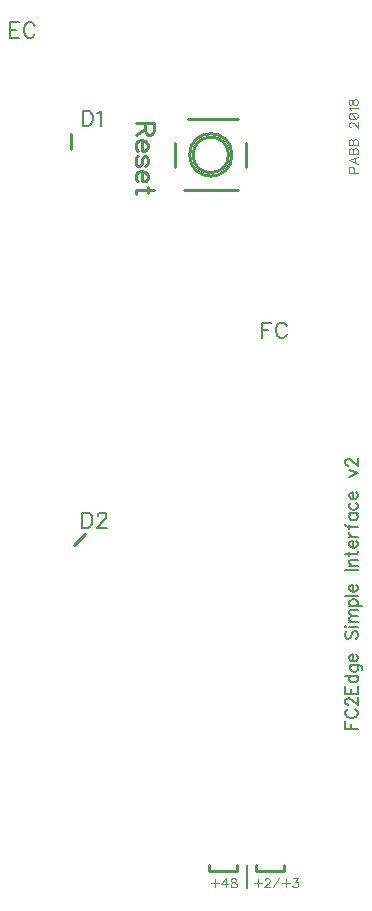
<source format=gbr>
G04 DipTrace 3.2.0.1*
G04 TopSilk.gbr*
%MOIN*%
G04 #@! TF.FileFunction,Legend,Top*
G04 #@! TF.Part,Single*
%ADD10C,0.009843*%
%ADD38C,0.00772*%
%ADD39C,0.006176*%
%ADD40C,0.009264*%
%ADD41C,0.004632*%
%FSLAX26Y26*%
G04*
G70*
G90*
G75*
G01*
G04 TopSilk*
%LPD*%
X720005Y2902180D2*
D10*
Y2953322D1*
X730077Y1581437D2*
X766245Y1617606D1*
X1114445Y2882913D2*
G02X1114445Y2882913I70862J0D01*
G01*
X1094752Y2764796D2*
X1275862D1*
X1303432Y2843517D2*
Y2922286D1*
X1275862Y3001031D2*
X1110506D1*
X1067182Y2922286D2*
Y2843517D1*
X1126261Y2882889D2*
G02X1126261Y2882889I59046J0D01*
G01*
X758429Y3030501D2*
D38*
Y2980261D1*
X775176D1*
X782361Y2982693D1*
X787170Y2987446D1*
X789546Y2992255D1*
X791923Y2999385D1*
Y3011378D1*
X789546Y3018563D1*
X787170Y3023316D1*
X782361Y3028125D1*
X775176Y3030501D1*
X758429D1*
X807362Y3020884D2*
X812170Y3023316D1*
X819355Y3030446D1*
Y2980261D1*
X757055Y1690829D2*
Y1640589D1*
X773801D1*
X780986Y1643021D1*
X785795Y1647774D1*
X788172Y1652582D1*
X790548Y1659712D1*
Y1671705D1*
X788172Y1678891D1*
X785795Y1683644D1*
X780986Y1688452D1*
X773801Y1690829D1*
X757055D1*
X808419Y1678835D2*
Y1681212D1*
X810796Y1686020D1*
X813172Y1688397D1*
X817981Y1690773D1*
X827542D1*
X832296Y1688397D1*
X834672Y1686020D1*
X837104Y1681212D1*
Y1676459D1*
X834672Y1671650D1*
X829919Y1664520D1*
X805987Y1640589D1*
X839481D1*
X547104Y3324228D2*
X516043D1*
Y3273988D1*
X547104D1*
X516043Y3300297D2*
X535166D1*
X598414Y3312290D2*
X596037Y3317043D1*
X591229Y3321852D1*
X586475Y3324228D1*
X576914D1*
X572105Y3321852D1*
X567352Y3317043D1*
X564920Y3312290D1*
X562544Y3305105D1*
Y3293112D1*
X564920Y3285982D1*
X567352Y3281173D1*
X572105Y3276420D1*
X576914Y3273988D1*
X586475D1*
X591229Y3276420D1*
X596037Y3281173D1*
X598414Y3285982D1*
X1634236Y994468D2*
D39*
Y969575D1*
X1674428D1*
X1653382D2*
Y984873D1*
X1643787Y1035516D2*
X1639984Y1033614D1*
X1636138Y1029767D1*
X1634236Y1025965D1*
Y1018316D1*
X1636138Y1014469D1*
X1639984Y1010666D1*
X1643787Y1008721D1*
X1649535Y1006820D1*
X1659130D1*
X1664834Y1008721D1*
X1668680Y1010666D1*
X1672483Y1014469D1*
X1674428Y1018316D1*
Y1025965D1*
X1672483Y1029767D1*
X1668680Y1033614D1*
X1664834Y1035515D1*
X1643831Y1049812D2*
X1641930D1*
X1638083Y1051714D1*
X1636182Y1053615D1*
X1634281Y1057462D1*
Y1065111D1*
X1636182Y1068914D1*
X1638083Y1070815D1*
X1641930Y1072760D1*
X1645732D1*
X1649579Y1070815D1*
X1655283Y1067012D1*
X1674428Y1047867D1*
Y1074662D1*
X1634236Y1111862D2*
Y1087013D1*
X1674428D1*
Y1111862D1*
X1653382Y1087013D2*
Y1102312D1*
X1634236Y1147161D2*
X1674428D1*
X1653382D2*
X1649535Y1143359D1*
X1647634Y1139512D1*
Y1133764D1*
X1649535Y1129962D1*
X1653382Y1126115D1*
X1659130Y1124214D1*
X1662932D1*
X1668680Y1126115D1*
X1672483Y1129962D1*
X1674428Y1133764D1*
Y1139512D1*
X1672483Y1143359D1*
X1668680Y1147161D1*
X1649535Y1182461D2*
X1680176D1*
X1685880Y1180559D1*
X1687826Y1178658D1*
X1689727Y1174811D1*
Y1169063D1*
X1687826Y1165261D1*
X1655283Y1182461D2*
X1651480Y1178658D1*
X1649535Y1174811D1*
Y1169063D1*
X1651480Y1165261D1*
X1655283Y1161414D1*
X1661031Y1159513D1*
X1664878D1*
X1670582Y1161414D1*
X1674428Y1165261D1*
X1676330Y1169063D1*
Y1174811D1*
X1674428Y1178658D1*
X1670582Y1182461D1*
X1659130Y1194812D2*
Y1217760D1*
X1655283D1*
X1651436Y1215859D1*
X1649535Y1213957D1*
X1647634Y1210111D1*
Y1204363D1*
X1649535Y1200560D1*
X1653382Y1196713D1*
X1659130Y1194812D1*
X1662932D1*
X1668680Y1196713D1*
X1672483Y1200560D1*
X1674428Y1204363D1*
Y1210111D1*
X1672483Y1213957D1*
X1668680Y1217760D1*
X1639984Y1295787D2*
X1636138Y1291984D1*
X1634236Y1286236D1*
Y1278587D1*
X1636138Y1272839D1*
X1639984Y1268992D1*
X1643787D1*
X1647634Y1270938D1*
X1649535Y1272839D1*
X1651436Y1276642D1*
X1655283Y1288138D1*
X1657184Y1291984D1*
X1659130Y1293886D1*
X1662932Y1295787D1*
X1668680D1*
X1672483Y1291984D1*
X1674428Y1286236D1*
Y1278587D1*
X1672483Y1272839D1*
X1668680Y1268992D1*
X1634236Y1308138D2*
X1636138Y1310040D1*
X1634236Y1311985D1*
X1632291Y1310040D1*
X1634236Y1308138D1*
X1647634Y1310040D2*
X1674428D1*
X1647634Y1324336D2*
X1674428D1*
X1655283D2*
X1649535Y1330084D1*
X1647634Y1333931D1*
Y1339635D1*
X1649535Y1343482D1*
X1655283Y1345383D1*
X1674428D1*
X1655283D2*
X1649535Y1351131D1*
X1647634Y1354978D1*
Y1360682D1*
X1649535Y1364528D1*
X1655283Y1366474D1*
X1674428D1*
X1647634Y1378825D2*
X1687826D1*
X1653382D2*
X1649579Y1382672D1*
X1647634Y1386475D1*
Y1392223D1*
X1649579Y1396069D1*
X1653382Y1399872D1*
X1659130Y1401817D1*
X1662976D1*
X1668680Y1399872D1*
X1672527Y1396069D1*
X1674428Y1392223D1*
Y1386475D1*
X1672527Y1382672D1*
X1668680Y1378825D1*
X1634236Y1414169D2*
X1674428D1*
X1659130Y1426520D2*
Y1449468D1*
X1655283D1*
X1651436Y1447567D1*
X1649535Y1445666D1*
X1647634Y1441819D1*
Y1436071D1*
X1649535Y1432268D1*
X1653382Y1428422D1*
X1659130Y1426520D1*
X1662932D1*
X1668680Y1428422D1*
X1672483Y1432268D1*
X1674428Y1436071D1*
Y1441819D1*
X1672483Y1445666D1*
X1668680Y1449468D1*
X1634236Y1500700D2*
X1674428D1*
X1647634Y1513052D2*
X1674428D1*
X1655283D2*
X1649535Y1518800D1*
X1647634Y1522647D1*
Y1528350D1*
X1649535Y1532197D1*
X1655283Y1534098D1*
X1674428D1*
X1634236Y1552198D2*
X1666779D1*
X1672483Y1554099D1*
X1674428Y1557946D1*
Y1561748D1*
X1647634Y1546450D2*
Y1559847D1*
X1659130Y1574100D2*
Y1597048D1*
X1655283D1*
X1651436Y1595146D1*
X1649535Y1593245D1*
X1647634Y1589398D1*
Y1583650D1*
X1649535Y1579848D1*
X1653382Y1576001D1*
X1659130Y1574100D1*
X1662932D1*
X1668680Y1576001D1*
X1672483Y1579848D1*
X1674428Y1583650D1*
Y1589398D1*
X1672483Y1593245D1*
X1668680Y1597048D1*
X1647634Y1609399D2*
X1674428D1*
X1659130D2*
X1653382Y1611345D1*
X1649535Y1615147D1*
X1647634Y1618994D1*
Y1624742D1*
X1634236Y1652392D2*
Y1648589D1*
X1636138Y1644743D1*
X1641886Y1642841D1*
X1674428D1*
X1647634Y1637093D2*
Y1650491D1*
Y1687691D2*
X1674428D1*
X1653382D2*
X1649535Y1683889D1*
X1647634Y1680042D1*
Y1674338D1*
X1649535Y1670491D1*
X1653382Y1666689D1*
X1659130Y1664743D1*
X1662932D1*
X1668680Y1666689D1*
X1672483Y1670491D1*
X1674428Y1674338D1*
Y1680042D1*
X1672483Y1683889D1*
X1668680Y1687691D1*
X1653382Y1723035D2*
X1649535Y1719188D1*
X1647634Y1715341D1*
Y1709637D1*
X1649535Y1705791D1*
X1653382Y1701988D1*
X1659130Y1700043D1*
X1662932D1*
X1668680Y1701988D1*
X1672483Y1705791D1*
X1674428Y1709637D1*
Y1715341D1*
X1672483Y1719188D1*
X1668680Y1723035D1*
X1659130Y1735386D2*
Y1758334D1*
X1655283D1*
X1651436Y1756433D1*
X1649535Y1754531D1*
X1647634Y1750685D1*
Y1744937D1*
X1649535Y1741134D1*
X1653382Y1737287D1*
X1659130Y1735386D1*
X1662932D1*
X1668680Y1737287D1*
X1672483Y1741134D1*
X1674428Y1744937D1*
Y1750685D1*
X1672483Y1754531D1*
X1668680Y1758334D1*
X1647634Y1809566D2*
X1674428Y1821062D1*
X1647634Y1832514D1*
X1643831Y1846811D2*
X1641930D1*
X1638083Y1848712D1*
X1636182Y1850614D1*
X1634280Y1854460D1*
Y1862110D1*
X1636182Y1865912D1*
X1638083Y1867813D1*
X1641930Y1869759D1*
X1645732D1*
X1649579Y1867813D1*
X1655283Y1864011D1*
X1674428Y1844866D1*
Y1871660D1*
X965941Y2990523D2*
D40*
Y2964723D1*
X968859Y2956101D1*
X971711Y2953183D1*
X977415Y2950331D1*
X983185D1*
X988889Y2953183D1*
X991807Y2956101D1*
X994659Y2964723D1*
Y2990523D1*
X934371D1*
X965941Y2970427D2*
X934371Y2950331D1*
X957319Y2931804D2*
Y2897382D1*
X963089D1*
X968859Y2900234D1*
X971711Y2903086D1*
X974563Y2908856D1*
Y2917478D1*
X971711Y2923182D1*
X965941Y2928952D1*
X957319Y2931804D1*
X951615D1*
X942993Y2928952D1*
X937289Y2923182D1*
X934371Y2917478D1*
Y2908856D1*
X937289Y2903086D1*
X942993Y2897382D1*
X965941Y2847285D2*
X971711Y2850137D1*
X974563Y2858759D1*
Y2867381D1*
X971711Y2876003D1*
X965941Y2878855D1*
X960237Y2876003D1*
X957319Y2870233D1*
X954467Y2855907D1*
X951615Y2850137D1*
X945845Y2847285D1*
X942993D1*
X937289Y2850137D1*
X934371Y2858759D1*
Y2867381D1*
X937289Y2876003D1*
X942993Y2878855D1*
X957319Y2828758D2*
Y2794336D1*
X963089D1*
X968859Y2797188D1*
X971711Y2800040D1*
X974563Y2805810D1*
Y2814432D1*
X971711Y2820136D1*
X965941Y2825906D1*
X957319Y2828758D1*
X951615D1*
X942993Y2825906D1*
X937289Y2820136D1*
X934371Y2814432D1*
Y2805810D1*
X937289Y2800040D1*
X942993Y2794336D1*
X994659Y2767187D2*
X945845D1*
X937289Y2764335D1*
X934371Y2758565D1*
Y2752861D1*
X974563Y2775809D2*
Y2755713D1*
X1386687Y2323692D2*
D38*
X1355570D1*
Y2273452D1*
Y2299761D2*
X1374693D1*
X1437996Y2311754D2*
X1435619Y2316507D1*
X1430811Y2321316D1*
X1426057Y2323692D1*
X1416496D1*
X1411687Y2321316D1*
X1406934Y2316507D1*
X1404502Y2311754D1*
X1402126Y2304569D1*
Y2292575D1*
X1404502Y2285446D1*
X1406934Y2280637D1*
X1411687Y2275884D1*
X1416496Y2273452D1*
X1426057D1*
X1430811Y2275884D1*
X1435619Y2280637D1*
X1437996Y2285446D1*
X1661305Y2823888D2*
D41*
Y2836821D1*
X1659879Y2841099D1*
X1658420Y2842558D1*
X1655568Y2843984D1*
X1651257D1*
X1648405Y2842558D1*
X1646946Y2841099D1*
X1645520Y2836821D1*
Y2823888D1*
X1675664D1*
Y2876229D2*
X1645520Y2864722D1*
X1675664Y2853248D1*
X1665616Y2857559D2*
Y2871918D1*
X1645520Y2885492D2*
X1675664D1*
Y2898425D1*
X1674205Y2902736D1*
X1672779Y2904162D1*
X1669927Y2905588D1*
X1665616D1*
X1662731Y2904162D1*
X1661305Y2902736D1*
X1659879Y2898425D1*
X1658420Y2902736D1*
X1656994Y2904162D1*
X1654142Y2905588D1*
X1651257D1*
X1648405Y2904162D1*
X1646946Y2902736D1*
X1645520Y2898425D1*
Y2885492D1*
X1659879D2*
Y2898425D1*
X1645520Y2914852D2*
X1675664D1*
Y2927785D1*
X1674205Y2932096D1*
X1672779Y2933522D1*
X1669927Y2934948D1*
X1665616D1*
X1662731Y2933522D1*
X1661305Y2932096D1*
X1659879Y2927785D1*
X1658420Y2932096D1*
X1656994Y2933522D1*
X1654142Y2934948D1*
X1651257D1*
X1648405Y2933522D1*
X1646946Y2932096D1*
X1645520Y2927785D1*
Y2914852D1*
X1659879D2*
Y2927785D1*
X1652716Y2974831D2*
X1651291D1*
X1648405Y2976257D1*
X1646980Y2977683D1*
X1645554Y2980568D1*
Y2986305D1*
X1646980Y2989157D1*
X1648405Y2990583D1*
X1651291Y2992042D1*
X1654142D1*
X1657027Y2990583D1*
X1661305Y2987731D1*
X1675664Y2973372D1*
Y2993468D1*
X1645554Y3011354D2*
X1646980Y3007042D1*
X1651291Y3004157D1*
X1658453Y3002731D1*
X1662764D1*
X1669927Y3004157D1*
X1674238Y3007042D1*
X1675664Y3011354D1*
Y3014205D1*
X1674238Y3018516D1*
X1669927Y3021368D1*
X1662764Y3022827D1*
X1658453D1*
X1651291Y3021368D1*
X1646980Y3018516D1*
X1645554Y3014205D1*
Y3011354D1*
X1651291Y3021368D2*
X1669927Y3004157D1*
X1651291Y3032091D2*
X1649831Y3034976D1*
X1645554Y3039287D1*
X1675664D1*
X1645554Y3055714D2*
X1646979Y3051436D1*
X1649831Y3049977D1*
X1652716D1*
X1655568Y3051436D1*
X1657027Y3054288D1*
X1658453Y3060025D1*
X1659879Y3064336D1*
X1662764Y3067188D1*
X1665616Y3068614D1*
X1669927Y3068613D1*
X1672779Y3067188D1*
X1674238Y3065762D1*
X1675664Y3061451D1*
Y3055714D1*
X1674238Y3051436D1*
X1672779Y3049977D1*
X1669927Y3048551D1*
X1665616D1*
X1662764Y3049977D1*
X1659879Y3052862D1*
X1658453Y3057140D1*
X1657027Y3062877D1*
X1655568Y3065762D1*
X1652716Y3067188D1*
X1649831D1*
X1646979Y3065762D1*
X1645554Y3061451D1*
Y3055714D1*
X1198071Y469260D2*
Y443427D1*
X1185172Y456327D2*
X1211005D1*
X1234627Y441288D2*
Y471399D1*
X1220268Y451336D1*
X1241790D1*
X1258216Y471399D2*
X1253939Y469973D1*
X1252480Y467121D1*
Y464236D1*
X1253939Y461384D1*
X1256791Y459925D1*
X1262528Y458499D1*
X1266839Y457073D1*
X1269690Y454188D1*
X1271116Y451336D1*
Y447025D1*
X1269690Y444173D1*
X1268264Y442714D1*
X1263953Y441288D1*
X1258216D1*
X1253939Y442714D1*
X1252480Y444173D1*
X1251054Y447025D1*
Y451336D1*
X1252480Y454188D1*
X1255365Y457073D1*
X1259642Y458499D1*
X1265379Y459925D1*
X1268264Y461384D1*
X1269690Y464236D1*
Y467121D1*
X1268264Y469973D1*
X1263953Y471399D1*
X1258216D1*
X1427729Y515188D2*
D40*
Y495092D1*
X1335937D1*
Y515188D1*
X1271496D2*
X1271495Y495092D1*
X1179704D1*
Y515188D1*
X1341520Y469545D2*
D41*
Y443712D1*
X1328620Y456612D2*
X1354453D1*
X1365176Y464521D2*
Y465947D1*
X1366602Y468832D1*
X1368028Y470258D1*
X1370913Y471684D1*
X1376650D1*
X1379502Y470258D1*
X1380928Y468832D1*
X1382387Y465947D1*
Y463095D1*
X1380928Y460210D1*
X1378076Y455932D1*
X1363717Y441573D1*
X1383813D1*
X1393076D2*
X1413172Y471684D1*
X1435336Y469545D2*
Y443712D1*
X1422436Y456612D2*
X1448269D1*
X1460418Y471684D2*
X1476169D1*
X1467581Y460210D1*
X1471892D1*
X1474743Y458784D1*
X1476169Y457358D1*
X1477629Y453047D1*
Y450195D1*
X1476169Y445884D1*
X1473317Y442999D1*
X1469006Y441573D1*
X1464695D1*
X1460418Y442999D1*
X1458992Y444458D1*
X1457533Y447310D1*
X1304939Y515244D2*
D38*
Y438751D1*
M02*

</source>
